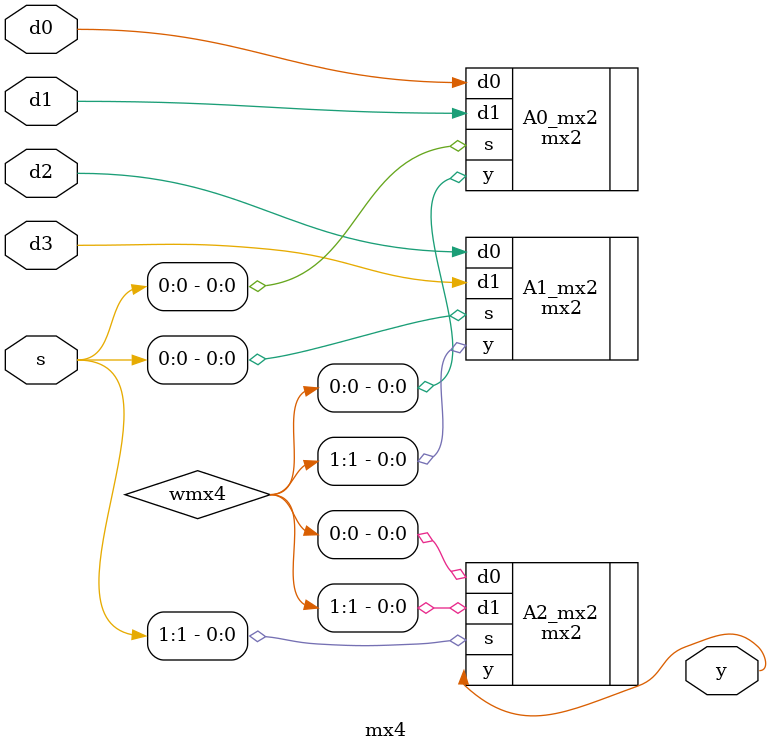
<source format=v>
module mx4(y, d0, d1, d2, d3, s);//module for mx4
	input d0, d1, d2, d3; 
	input [1:0]s;//select signal
	output y;
	wire [1:0]wmx4;//wire for last mx
	//instance 3 mx2 for mx4
mx2 A0_mx2(.d0(d0),.d1(d1),.s(s[0]),.y(wmx4[0]));	
mx2 A1_mx2(.d0(d2),.d1(d3),.s(s[0]),.y(wmx4[1]));
mx2 A2_mx2(.d0(wmx4[0]),.d1(wmx4[1]),.s(s[1]),.y(y));
endmodule 
</source>
